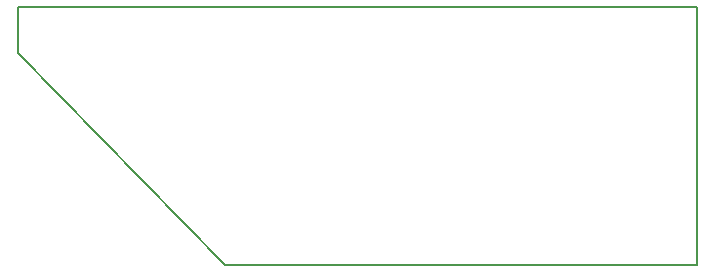
<source format=gbr>
%TF.GenerationSoftware,KiCad,Pcbnew,(5.1.9)-1*%
%TF.CreationDate,2021-08-08T21:49:21+01:00*%
%TF.ProjectId,glassphones - main pcb,676c6173-7370-4686-9f6e-6573202d206d,rev?*%
%TF.SameCoordinates,Original*%
%TF.FileFunction,Profile,NP*%
%FSLAX46Y46*%
G04 Gerber Fmt 4.6, Leading zero omitted, Abs format (unit mm)*
G04 Created by KiCad (PCBNEW (5.1.9)-1) date 2021-08-08 21:49:21*
%MOMM*%
%LPD*%
G01*
G04 APERTURE LIST*
%TA.AperFunction,Profile*%
%ADD10C,0.150000*%
%TD*%
G04 APERTURE END LIST*
D10*
X136175000Y-41957000D02*
X153675000Y-59900000D01*
X193675000Y-59900000D02*
X153675000Y-59900000D01*
X136175000Y-38100000D02*
X136175000Y-41957000D01*
X193675000Y-38100000D02*
X136175000Y-38100000D01*
X193675000Y-38100000D02*
X193675000Y-59900000D01*
M02*

</source>
